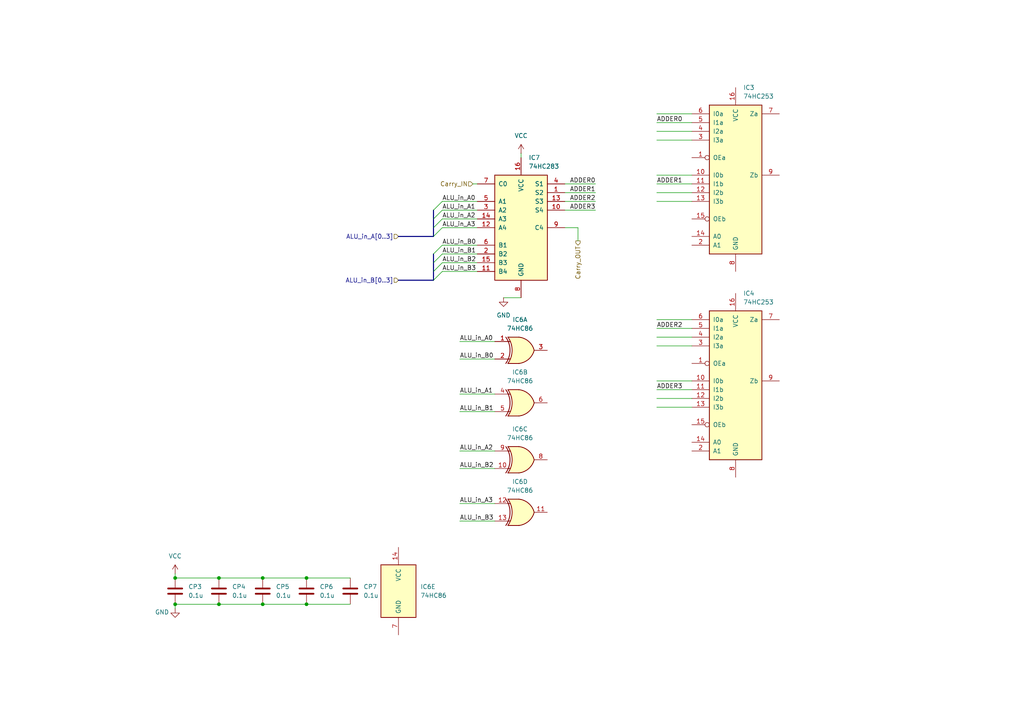
<source format=kicad_sch>
(kicad_sch (version 20250114) (generator "eeschema") (generator_version "9.0")
  (paper "A4")
  (title_block (title "HC4_CPU") (date "2025-02-23") (rev "1.2"))
  (lib_symbols
    (symbol "74xx_2:74HC253" (pin_names (offset 1.016))
      (property "Reference" "IC" (at -7.62 21.59 0))
      (property "Value" "74HC257" (at -7.62 -24.13 0))
      (symbol "74HC253_1_0"
        (pin input line (at -12.7 17.78 0) (length 5.08) (name "I0a") (number "6"))
        (pin input line (at -12.7 15.24 0) (length 5.08) (name "I1a") (number "5"))
        (pin input line (at -12.7 12.7 0) (length 5.08) (name "I2a") (number "4"))
        (pin input line (at -12.7 10.16 0) (length 5.08) (name "I3a") (number "3"))
        (pin input inverted (at -12.7 5.08 0) (length 5.08) (name "OEa") (number "1"))
        (pin input line (at -12.7 0 0) (length 5.08) (name "I0b") (number "10"))
        (pin input line (at -12.7 -2.54 0) (length 5.08) (name "I1b") (number "11"))
        (pin input line (at -12.7 -5.08 0) (length 5.08) (name "I2b") (number "12"))
        (pin input line (at -12.7 -7.62 0) (length 5.08) (name "I3b") (number "13"))
        (pin input inverted (at -12.7 -12.7 0) (length 5.08) (name "OEb") (number "15"))
        (pin input line (at -12.7 -17.78 0) (length 5.08) (name "A0") (number "14"))
        (pin input line (at -12.7 -20.32 0) (length 5.08) (name "A1") (number "2"))
        (pin power_in line (at 0 25.4 270) (length 5.08) (name "VCC") (number "16"))
        (pin power_in line (at 0 -27.94 90) (length 5.08) (name "GND") (number "8"))
        (pin tri_state line (at 12.7 17.78 180) (length 5.08) (name "Za") (number "7"))
        (pin tri_state line (at 12.7 0 180) (length 5.08) (name "Zb") (number "9"))
      )
      (symbol "74HC253_1_1"
        (rectangle (start -7.62 20.32) (end 7.62 -22.86) (stroke (width 0.254)) (fill (type background)))
      )
    )
    (symbol "74xx_2:74HC283" (pin_names (offset 1.016))
      (property "Reference" "IC" (at -7.62 16.51 0))
      (property "Value" "74HC283" (at -7.62 -16.51 0))
      (symbol "74HC283_1_0"
        (pin input line (at -12.7 12.7 0) (length 5.08) (name "C0") (number "7"))
        (pin input line (at -12.7 7.62 0) (length 5.08) (name "A1") (number "5"))
        (pin input line (at -12.7 5.08 0) (length 5.08) (name "A2") (number "3"))
        (pin input line (at -12.7 2.54 0) (length 5.08) (name "A3") (number "14"))
        (pin input line (at -12.7 0 0) (length 5.08) (name "A4") (number "12"))
        (pin input line (at -12.7 -5.08 0) (length 5.08) (name "B1") (number "6"))
        (pin input line (at -12.7 -7.62 0) (length 5.08) (name "B2") (number "2"))
        (pin input line (at -12.7 -10.16 0) (length 5.08) (name "B3") (number "15"))
        (pin input line (at -12.7 -12.7 0) (length 5.08) (name "B4") (number "11"))
        (pin power_in line (at 0 20.32 270) (length 5.08) (name "VCC") (number "16"))
        (pin power_in line (at 0 -20.32 90) (length 5.08) (name "GND") (number "8"))
        (pin output line (at 12.7 12.7 180) (length 5.08) (name "S1") (number "4"))
        (pin output line (at 12.7 10.16 180) (length 5.08) (name "S2") (number "1"))
        (pin output line (at 12.7 7.62 180) (length 5.08) (name "S3") (number "13"))
        (pin output line (at 12.7 5.08 180) (length 5.08) (name "S4") (number "10"))
        (pin output line (at 12.7 0 180) (length 5.08) (name "C4") (number "9"))
      )
      (symbol "74HC283_1_1"
        (rectangle (start -7.62 15.24) (end 7.62 -15.24) (stroke (width 0.254)) (fill (type background)))
      )
    )
    (symbol "74xx_2:74HC86" (pin_names (offset 1.016))
      (property "Reference" "IC" (at 0 1.27 0))
      (property "Value" "74HC86" (at 0 -1.27 0))
      (symbol "74HC86_1_0"
        (arc (start -4.4196 3.81) (mid -3.2033 0) (end -4.4196 -3.81) (stroke (width 0.254)))
        (arc (start -3.81 3.81) (mid -2.589 0) (end -3.81 -3.81) (stroke (width 0.254)))
        (polyline (pts (xy -3.81 3.81) (xy -0.635 3.81)) (stroke (width 0.254)) (fill (type background)))
        (polyline (pts (xy -3.81 -3.81) (xy -0.635 -3.81)) (stroke (width 0.254)) (fill (type background)))
        (arc (start 3.81 0) (mid 2.1855 -2.584) (end -0.6096 -3.81) (stroke (width 0.254)) (fill (type background)))
        (arc (start -0.6096 3.81) (mid 2.1928 2.5924) (end 3.81 0) (stroke (width 0.254)) (fill (type background)))
        (polyline (pts (xy -0.635 3.81) (xy -3.81 3.81) (xy -3.81 3.81) (xy -3.556 3.4036) (xy -3.0226 2.2606) (xy -2.6924 1.0414) (xy -2.6162 -0.254) (xy -2.7686 -1.4986) (xy -3.175 -2.7178) (xy -3.81 -3.81) (xy -3.81 -3.81) (xy -0.635 -3.81)) (stroke (width -25.4)) (fill (type background)))
        (pin input line (at -7.62 2.54 0) (length 4.445) (name "~") (number "1"))
        (pin input line (at -7.62 -2.54 0) (length 4.445) (name "~") (number "2"))
        (pin output line (at 7.62 0 180) (length 3.81) (name "~") (number "3"))
      )
      (symbol "74HC86_1_1"
        (polyline (pts (xy -3.81 2.54) (xy -3.175 2.54)) (stroke (width 0.1524)))
        (polyline (pts (xy -3.81 -2.54) (xy -3.175 -2.54)) (stroke (width 0.1524)))
      )
      (symbol "74HC86_2_0"
        (arc (start -4.4196 3.81) (mid -3.2033 0) (end -4.4196 -3.81) (stroke (width 0.254)))
        (arc (start -3.81 3.81) (mid -2.589 0) (end -3.81 -3.81) (stroke (width 0.254)))
        (polyline (pts (xy -3.81 3.81) (xy -0.635 3.81)) (stroke (width 0.254)) (fill (type background)))
        (polyline (pts (xy -3.81 -3.81) (xy -0.635 -3.81)) (stroke (width 0.254)) (fill (type background)))
        (arc (start 3.81 0) (mid 2.1855 -2.584) (end -0.6096 -3.81) (stroke (width 0.254)) (fill (type background)))
        (arc (start -0.6096 3.81) (mid 2.1928 2.5924) (end 3.81 0) (stroke (width 0.254)) (fill (type background)))
        (polyline (pts (xy -0.635 3.81) (xy -3.81 3.81) (xy -3.81 3.81) (xy -3.556 3.4036) (xy -3.0226 2.2606) (xy -2.6924 1.0414) (xy -2.6162 -0.254) (xy -2.7686 -1.4986) (xy -3.175 -2.7178) (xy -3.81 -3.81) (xy -3.81 -3.81) (xy -0.635 -3.81)) (stroke (width -25.4)) (fill (type background)))
        (pin input line (at -7.62 2.54 0) (length 4.445) (name "~") (number "4"))
        (pin input line (at -7.62 -2.54 0) (length 4.445) (name "~") (number "5"))
        (pin output line (at 7.62 0 180) (length 3.81) (name "~") (number "6"))
      )
      (symbol "74HC86_2_1"
        (polyline (pts (xy -3.81 2.54) (xy -3.175 2.54)) (stroke (width 0.1524)))
        (polyline (pts (xy -3.81 -2.54) (xy -3.175 -2.54)) (stroke (width 0.1524)))
      )
      (symbol "74HC86_3_0"
        (arc (start -4.4196 3.81) (mid -3.2033 0) (end -4.4196 -3.81) (stroke (width 0.254)))
        (arc (start -3.81 3.81) (mid -2.589 0) (end -3.81 -3.81) (stroke (width 0.254)))
        (polyline (pts (xy -3.81 3.81) (xy -0.635 3.81)) (stroke (width 0.254)) (fill (type background)))
        (polyline (pts (xy -3.81 -3.81) (xy -0.635 -3.81)) (stroke (width 0.254)) (fill (type background)))
        (arc (start 3.81 0) (mid 2.1855 -2.584) (end -0.6096 -3.81) (stroke (width 0.254)) (fill (type background)))
        (arc (start -0.6096 3.81) (mid 2.1928 2.5924) (end 3.81 0) (stroke (width 0.254)) (fill (type background)))
        (polyline (pts (xy -0.635 3.81) (xy -3.81 3.81) (xy -3.81 3.81) (xy -3.556 3.4036) (xy -3.0226 2.2606) (xy -2.6924 1.0414) (xy -2.6162 -0.254) (xy -2.7686 -1.4986) (xy -3.175 -2.7178) (xy -3.81 -3.81) (xy -3.81 -3.81) (xy -0.635 -3.81)) (stroke (width -25.4)) (fill (type background)))
        (pin input line (at -7.62 2.54 0) (length 4.445) (name "~") (number "9"))
        (pin input line (at -7.62 -2.54 0) (length 4.445) (name "~") (number "10"))
        (pin output line (at 7.62 0 180) (length 3.81) (name "~") (number "8"))
      )
      (symbol "74HC86_3_1"
        (polyline (pts (xy -3.81 2.54) (xy -3.175 2.54)) (stroke (width 0.1524)))
        (polyline (pts (xy -3.81 -2.54) (xy -3.175 -2.54)) (stroke (width 0.1524)))
      )
      (symbol "74HC86_4_0"
        (arc (start -4.4196 3.81) (mid -3.2033 0) (end -4.4196 -3.81) (stroke (width 0.254)))
        (arc (start -3.81 3.81) (mid -2.589 0) (end -3.81 -3.81) (stroke (width 0.254)))
        (polyline (pts (xy -3.81 3.81) (xy -0.635 3.81)) (stroke (width 0.254)) (fill (type background)))
        (polyline (pts (xy -3.81 -3.81) (xy -0.635 -3.81)) (stroke (width 0.254)) (fill (type background)))
        (arc (start 3.81 0) (mid 2.1855 -2.584) (end -0.6096 -3.81) (stroke (width 0.254)) (fill (type background)))
        (arc (start -0.6096 3.81) (mid 2.1928 2.5924) (end 3.81 0) (stroke (width 0.254)) (fill (type background)))
        (polyline (pts (xy -0.635 3.81) (xy -3.81 3.81) (xy -3.81 3.81) (xy -3.556 3.4036) (xy -3.0226 2.2606) (xy -2.6924 1.0414) (xy -2.6162 -0.254) (xy -2.7686 -1.4986) (xy -3.175 -2.7178) (xy -3.81 -3.81) (xy -3.81 -3.81) (xy -0.635 -3.81)) (stroke (width -25.4)) (fill (type background)))
        (pin input line (at -7.62 2.54 0) (length 4.445) (name "~") (number "12"))
        (pin input line (at -7.62 -2.54 0) (length 4.445) (name "~") (number "13"))
        (pin output line (at 7.62 0 180) (length 3.81) (name "~") (number "11"))
      )
      (symbol "74HC86_4_1"
        (polyline (pts (xy -3.81 2.54) (xy -3.175 2.54)) (stroke (width 0.1524)))
        (polyline (pts (xy -3.81 -2.54) (xy -3.175 -2.54)) (stroke (width 0.1524)))
      )
      (symbol "74HC86_5_0"
        (pin power_in line (at 0 12.7 270) (length 5.08) (name "VCC") (number "14"))
        (pin power_in line (at 0 -12.7 90) (length 5.08) (name "GND") (number "7"))
      )
      (symbol "74HC86_5_1"
        (rectangle (start -5.08 7.62) (end 5.08 -7.62) (stroke (width 0.254)) (fill (type background)))
      )
    )
    (symbol "Device2:C_Bypass" (pin_numbers (hide yes)) (pin_names (offset 0.254))
      (property "Reference" "CP" (at 0.635 2.54 0))
      (property "Value" "C_Byp" (at 0.635 -2.54 0))
      (symbol "C_Bypass_0_1"
        (polyline (pts (xy -2.032 0.762) (xy 2.032 0.762)) (stroke (width 0.508)))
        (polyline (pts (xy -2.032 -0.762) (xy 2.032 -0.762)) (stroke (width 0.508)))
      )
      (symbol "C_Bypass_1_1"
        (pin passive line (at 0 3.81 270) (length 2.794) (name "~") (number "1"))
        (pin passive line (at 0 -3.81 90) (length 2.794) (name "~") (number "2"))
      )
    )
    (symbol "power:GND" (power) (pin_numbers (hide yes)) (pin_names (offset 0) (hide yes))
      (property "Value" "GND" (at 0 -3.81 0))
      (symbol "GND_0_1"
        (polyline (pts (xy 0 0) (xy 0 -1.27) (xy 1.27 -1.27) (xy 0 -2.54) (xy -1.27 -1.27) (xy 0 -1.27)))
      )
      (symbol "GND_1_1"
        (pin power_in line (at 0 0 270) (length 0) (name "~") (number "1"))
      )
    )
    (symbol "power:VCC" (power) (pin_numbers (hide yes)) (pin_names (offset 0) (hide yes))
      (property "Value" "VCC" (at 0 3.556 0))
      (symbol "VCC_0_1"
        (polyline (pts (xy -0.762 1.27) (xy 0 2.54)))
        (polyline (pts (xy 0 2.54) (xy 0.762 1.27)))
        (polyline (pts (xy 0 0) (xy 0 2.54)))
      )
      (symbol "VCC_1_1"
        (pin power_in line (at 0 0 90) (length 0) (name "~") (number "1"))
      )
    )
  )
  (junction (at 63.5 175.26))
  (junction (at 76.2 167.64))
  (junction (at 76.2 175.26))
  (junction (at 50.8 167.64))
  (junction (at 63.5 167.64))
  (junction (at 88.9 167.64))
  (junction (at 88.9 175.26))
  (junction (at 50.8 175.26))
  (bus_entry (at 125.73 68.58) (size 2.54 -2.54))
  (bus_entry (at 125.73 63.5) (size 2.54 -2.54))
  (bus_entry (at 125.73 81.28) (size 2.54 -2.54))
  (bus_entry (at 125.73 60.96) (size 2.54 -2.54))
  (bus_entry (at 125.73 66.04) (size 2.54 -2.54))
  (bus_entry (at 125.73 78.74) (size 2.54 -2.54))
  (bus_entry (at 125.73 73.66) (size 2.54 -2.54))
  (bus_entry (at 125.73 76.2) (size 2.54 -2.54))
  (wire (pts (xy 63.5 167.64) (xy 76.2 167.64)))
  (wire (pts (xy 133.35 135.89) (xy 143.51 135.89)))
  (bus (pts (xy 115.57 81.28) (xy 125.73 81.28)))
  (wire (pts (xy 163.83 58.42) (xy 172.72 58.42)))
  (wire (pts (xy 133.35 104.14) (xy 143.51 104.14)))
  (wire (pts (xy 128.27 58.42) (xy 138.43 58.42)))
  (wire (pts (xy 190.5 33.02) (xy 200.66 33.02)))
  (wire (pts (xy 50.8 167.64) (xy 63.5 167.64)))
  (wire (pts (xy 200.66 58.42) (xy 190.5 58.42)))
  (wire (pts (xy 200.66 115.57) (xy 190.5 115.57)))
  (wire (pts (xy 190.5 92.71) (xy 200.66 92.71)))
  (wire (pts (xy 163.83 60.96) (xy 172.72 60.96)))
  (wire (pts (xy 76.2 175.26) (xy 88.9 175.26)))
  (wire (pts (xy 50.8 175.26) (xy 63.5 175.26)))
  (wire (pts (xy 88.9 175.26) (xy 101.6 175.26)))
  (wire (pts (xy 200.66 35.56) (xy 190.5 35.56)))
  (wire (pts (xy 128.27 63.5) (xy 138.43 63.5)))
  (wire (pts (xy 200.66 118.11) (xy 190.5 118.11)))
  (bus (pts (xy 125.73 73.66) (xy 125.73 76.2)))
  (wire (pts (xy 76.2 167.64) (xy 88.9 167.64)))
  (wire (pts (xy 167.64 66.04) (xy 167.64 69.85)))
  (wire (pts (xy 128.27 76.2) (xy 138.43 76.2)))
  (wire (pts (xy 163.83 66.04) (xy 167.64 66.04)))
  (wire (pts (xy 190.5 50.8) (xy 200.66 50.8)))
  (wire (pts (xy 200.66 55.88) (xy 190.5 55.88)))
  (wire (pts (xy 128.27 73.66) (xy 138.43 73.66)))
  (bus (pts (xy 125.73 66.04) (xy 125.73 68.58)))
  (wire (pts (xy 200.66 53.34) (xy 190.5 53.34)))
  (bus (pts (xy 125.73 68.58) (xy 115.57 68.58)))
  (wire (pts (xy 151.13 45.72) (xy 151.13 44.45)))
  (wire (pts (xy 133.35 119.38) (xy 143.51 119.38)))
  (wire (pts (xy 200.66 113.03) (xy 190.5 113.03)))
  (wire (pts (xy 128.27 60.96) (xy 138.43 60.96)))
  (wire (pts (xy 200.66 100.33) (xy 190.5 100.33)))
  (wire (pts (xy 133.35 114.3) (xy 143.51 114.3)))
  (wire (pts (xy 133.35 130.81) (xy 143.51 130.81)))
  (wire (pts (xy 128.27 78.74) (xy 138.43 78.74)))
  (wire (pts (xy 163.83 55.88) (xy 172.72 55.88)))
  (wire (pts (xy 200.66 38.1) (xy 190.5 38.1)))
  (wire (pts (xy 88.9 167.64) (xy 101.6 167.64)))
  (wire (pts (xy 133.35 99.06) (xy 143.51 99.06)))
  (bus (pts (xy 125.73 76.2) (xy 125.73 78.74)))
  (bus (pts (xy 125.73 63.5) (xy 125.73 66.04)))
  (wire (pts (xy 133.35 151.13) (xy 143.51 151.13)))
  (wire (pts (xy 200.66 40.64) (xy 190.5 40.64)))
  (wire (pts (xy 163.83 53.34) (xy 172.72 53.34)))
  (bus (pts (xy 125.73 60.96) (xy 125.73 63.5)))
  (bus (pts (xy 125.73 81.28) (xy 125.73 78.74)))
  (wire (pts (xy 50.8 175.26) (xy 50.8 176.53)))
  (wire (pts (xy 146.05 86.36) (xy 151.13 86.36)))
  (wire (pts (xy 128.27 71.12) (xy 138.43 71.12)))
  (wire (pts (xy 200.66 97.79) (xy 190.5 97.79)))
  (wire (pts (xy 63.5 175.26) (xy 76.2 175.26)))
  (wire (pts (xy 133.35 146.05) (xy 143.51 146.05)))
  (wire (pts (xy 128.27 66.04) (xy 138.43 66.04)))
  (wire (pts (xy 137.16 53.34) (xy 138.43 53.34)))
  (wire (pts (xy 50.8 166.37) (xy 50.8 167.64)))
  (wire (pts (xy 190.5 110.49) (xy 200.66 110.49)))
  (wire (pts (xy 200.66 95.25) (xy 190.5 95.25)))
  (label "ALU_in_A1" (at 133.35 114.3 0))
  (label "ADDER1" (at 172.72 55.88 180))
  (label "ALU_in_B0" (at 128.27 71.12 0))
  (label "ALU_in_B1" (at 133.35 119.38 0))
  (label "ADDER1" (at 190.5 53.34 0))
  (label "ALU_in_A3" (at 128.27 66.04 0))
  (label "ALU_in_A3" (at 133.35 146.05 0))
  (label "ADDER3" (at 190.5 113.03 0))
  (label "ALU_in_A0" (at 128.27 58.42 0))
  (label "ADDER2" (at 190.5 95.25 0))
  (label "ALU_in_A2" (at 133.35 130.81 0))
  (label "ALU_in_B2" (at 128.27 76.2 0))
  (label "ALU_in_A2" (at 128.27 63.5 0))
  (label "ALU_in_B3" (at 133.35 151.13 0))
  (label "ALU_in_A0" (at 133.35 99.06 0))
  (label "ADDER0" (at 172.72 53.34 180))
  (label "ADDER0" (at 190.5 35.56 0))
  (label "ALU_in_B3" (at 128.27 78.74 0))
  (label "ALU_in_B2" (at 133.35 135.89 0))
  (label "ALU_in_B1" (at 128.27 73.66 0))
  (label "ALU_in_A1" (at 128.27 60.96 0))
  (label "ADDER3" (at 172.72 60.96 180))
  (label "ALU_in_B0" (at 133.35 104.14 0))
  (label "ADDER2" (at 172.72 58.42 180))
  (hierarchical_label "Carry_OUT" (shape output) (at 167.64 69.85 270))
  (hierarchical_label "ALU_in_A[0..3]" (shape input) (at 115.57 68.58 180))
  (hierarchical_label "Carry_IN" (shape input) (at 137.16 53.34 180))
  (hierarchical_label "ALU_in_B[0..3]" (shape input) (at 115.57 81.28 180))
  (symbol (lib_id "power:VCC") (at 151.13 44.45 0) (unit 1)
    (property "Reference" "#PWR05" (effects (hide yes)))
    (property "Value" "VCC" (at 151.13 39.37 0))
    (property "Description" "Power symbol creates a global label with name \"VCC\"" (effects (hide yes)))
  )
  (symbol (lib_id "74xx_2:74HC86") (at 151.13 101.6 0) (unit 1)
    (property "Reference" "IC6" (at 150.8252 92.71 0))
    (property "Value" "74HC86" (at 150.8252 95.25 0))
    (property "Datasheet" "http://www.ti.com/lit/gpn/sn74HC86" (effects (hide yes)))
    (property "Description" "Quad 2-input XOR" (effects (hide yes)))
    (property "Sim.Library" "74hc.lib" (effects (hide yes)))
    (property "Sim.Name" "74HC86" (effects (hide yes)))
    (property "Sim.Device" "SUBCKT" (effects (hide yes)))
    (property "Sim.Pins" "7=VGND 14=VCC" (effects (hide yes)))
  )
  (symbol (lib_id "74xx_2:74HC86") (at 151.13 116.84 0) (unit 2)
    (property "Reference" "IC6" (at 150.8252 107.95 0))
    (property "Value" "74HC86" (at 150.8252 110.49 0))
    (property "Datasheet" "http://www.ti.com/lit/gpn/sn74HC86" (effects (hide yes)))
    (property "Description" "Quad 2-input XOR" (effects (hide yes)))
    (property "Sim.Library" "74hc.lib" (effects (hide yes)))
    (property "Sim.Name" "74HC86" (effects (hide yes)))
    (property "Sim.Device" "SUBCKT" (effects (hide yes)))
    (property "Sim.Pins" "7=VGND 14=VCC" (effects (hide yes)))
  )
  (symbol (lib_id "Device2:C_Bypass") (at 76.2 171.45 0) (unit 1)
    (property "Reference" "CP5" (at 80.01 170.1799 0) (effects (justify left)))
    (property "Value" "0.1u" (at 80.01 172.7199 0) (effects (justify left)))
    (property "Footprint" "Capacitor_THT:C_Disc_D3.0mm_W1.6mm_P2.50mm" (effects (hide yes)))
    (property "Description" "Bypass Capacitor" (effects (hide yes)))
  )
  (symbol (lib_id "Device2:C_Bypass") (at 88.9 171.45 0) (unit 1)
    (property "Reference" "CP6" (at 92.71 170.1799 0) (effects (justify left)))
    (property "Value" "0.1u" (at 92.71 172.7199 0) (effects (justify left)))
    (property "Footprint" "Capacitor_THT:C_Disc_D3.0mm_W1.6mm_P2.50mm" (effects (hide yes)))
    (property "Description" "Bypass Capacitor" (effects (hide yes)))
  )
  (symbol (lib_id "74xx_2:74HC86") (at 151.13 133.35 0) (unit 3)
    (property "Reference" "IC6" (at 150.8252 124.46 0))
    (property "Value" "74HC86" (at 150.8252 127 0))
    (property "Datasheet" "http://www.ti.com/lit/gpn/sn74HC86" (effects (hide yes)))
    (property "Description" "Quad 2-input XOR" (effects (hide yes)))
    (property "Sim.Library" "74hc.lib" (effects (hide yes)))
    (property "Sim.Name" "74HC86" (effects (hide yes)))
    (property "Sim.Device" "SUBCKT" (effects (hide yes)))
    (property "Sim.Pins" "7=VGND 14=VCC" (effects (hide yes)))
  )
  (symbol (lib_id "74xx_2:74HC86") (at 115.57 171.45 0) (unit 5)
    (property "Reference" "IC6" (at 121.92 170.1799 0) (effects (justify left)))
    (property "Value" "74HC86" (at 121.92 172.7199 0) (effects (justify left)))
    (property "Datasheet" "http://www.ti.com/lit/gpn/sn74HC86" (effects (hide yes)))
    (property "Description" "Quad 2-input XOR" (effects (hide yes)))
    (property "Sim.Library" "74hc.lib" (effects (hide yes)))
    (property "Sim.Name" "74HC86" (effects (hide yes)))
    (property "Sim.Device" "SUBCKT" (effects (hide yes)))
    (property "Sim.Pins" "7=VGND 14=VCC" (effects (hide yes)))
  )
  (symbol (lib_id "power:VCC") (at 50.8 166.37 0) (unit 1)
    (property "Reference" "#PWR017" (effects (hide yes)))
    (property "Value" "VCC" (at 50.8 161.29 0))
    (property "Description" "Power symbol creates a global label with name \"VCC\"" (effects (hide yes)))
  )
  (symbol (lib_id "power:GND") (at 50.8 176.53 0) (unit 1)
    (property "Reference" "#PWR018" (effects (hide yes)))
    (property "Value" "GND" (at 46.99 177.546 0))
    (property "Description" "Power symbol creates a global label with name \"GND\" , ground" (effects (hide yes)))
  )
  (symbol (lib_id "74xx_2:74HC253") (at 213.36 110.49 0) (unit 1)
    (property "Reference" "IC4" (at 215.5541 85.09 0) (effects (justify left)))
    (property "Value" "74HC253" (at 215.5541 87.63 0) (effects (justify left)))
    (property "Datasheet" "http://www.ti.com/lit/gpn/sn74LS253" (effects (hide yes)))
    (property "Description" "Dual Multiplexer 4 to 1, 3-State Outputs" (effects (hide yes)))
  )
  (symbol (lib_id "Device2:C_Bypass") (at 50.8 171.45 0) (unit 1)
    (property "Reference" "CP3" (at 54.61 170.1799 0) (effects (justify left)))
    (property "Value" "0.1u" (at 54.61 172.7199 0) (effects (justify left)))
    (property "Footprint" "Capacitor_THT:C_Disc_D3.0mm_W1.6mm_P2.50mm" (effects (hide yes)))
    (property "Description" "Bypass Capacitor" (effects (hide yes)))
  )
  (symbol (lib_id "74xx_2:74HC86") (at 151.13 148.59 0) (unit 4)
    (property "Reference" "IC6" (at 150.8252 139.7 0))
    (property "Value" "74HC86" (at 150.8252 142.24 0))
    (property "Datasheet" "http://www.ti.com/lit/gpn/sn74HC86" (effects (hide yes)))
    (property "Description" "Quad 2-input XOR" (effects (hide yes)))
    (property "Sim.Library" "74hc.lib" (effects (hide yes)))
    (property "Sim.Name" "74HC86" (effects (hide yes)))
    (property "Sim.Device" "SUBCKT" (effects (hide yes)))
    (property "Sim.Pins" "7=VGND 14=VCC" (effects (hide yes)))
  )
  (symbol (lib_id "74xx_2:74HC283") (at 151.13 66.04 0) (unit 1)
    (property "Reference" "IC7" (at 153.3241 45.72 0) (effects (justify left)))
    (property "Value" "74HC283" (at 153.3241 48.26 0) (effects (justify left)))
    (property "Footprint" "Package_DIP:DIP-16_W7.62mm_Socket" (effects (hide yes)))
    (property "Datasheet" "http://www.ti.com/lit/gpn/sn74LS283" (effects (hide yes)))
    (property "Description" "4-bit full Adder" (effects (hide yes)))
  )
  (symbol (lib_id "Device2:C_Bypass") (at 101.6 171.45 0) (unit 1)
    (property "Reference" "CP7" (at 105.41 170.1799 0) (effects (justify left)))
    (property "Value" "0.1u" (at 105.41 172.7199 0) (effects (justify left)))
    (property "Footprint" "Capacitor_THT:C_Disc_D3.0mm_W1.6mm_P2.50mm" (effects (hide yes)))
    (property "Description" "Bypass Capacitor" (effects (hide yes)))
  )
  (symbol (lib_id "Device2:C_Bypass") (at 63.5 171.45 0) (unit 1)
    (property "Reference" "CP4" (at 67.31 170.1799 0) (effects (justify left)))
    (property "Value" "0.1u" (at 67.31 172.7199 0) (effects (justify left)))
    (property "Footprint" "Capacitor_THT:C_Disc_D3.0mm_W1.6mm_P2.50mm" (effects (hide yes)))
    (property "Description" "Bypass Capacitor" (effects (hide yes)))
  )
  (symbol (lib_id "power:GND") (at 146.05 86.36 0) (unit 1)
    (property "Reference" "#PWR02" (effects (hide yes)))
    (property "Value" "GND" (at 146.05 91.44 0))
    (property "Description" "Power symbol creates a global label with name \"GND\" , ground" (effects (hide yes)))
  )
  (symbol (lib_id "74xx_2:74HC253") (at 213.36 50.8 0) (unit 1)
    (property "Reference" "IC3" (at 215.5541 25.4 0) (effects (justify left)))
    (property "Value" "74HC253" (at 215.5541 27.94 0) (effects (justify left)))
    (property "Datasheet" "http://www.ti.com/lit/gpn/sn74LS253" (effects (hide yes)))
    (property "Description" "Dual Multiplexer 4 to 1, 3-State Outputs" (effects (hide yes)))
  )
)
</source>
